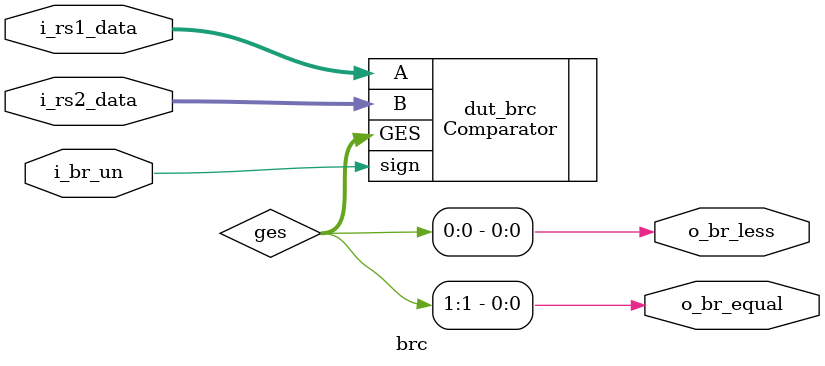
<source format=sv>
module brc (
	input logic [31:0] i_rs1_data, i_rs2_data,
	input logic i_br_un,
	output logic o_br_less, o_br_equal
);
logic [2:0] ges;
Comparator dut_brc (
	.A(i_rs1_data),
	.B(i_rs2_data),
	.sign(i_br_un),
	.GES(ges)
);
assign o_br_less = ges[0];
assign o_br_equal = ges[1];

endmodule : brc
</source>
